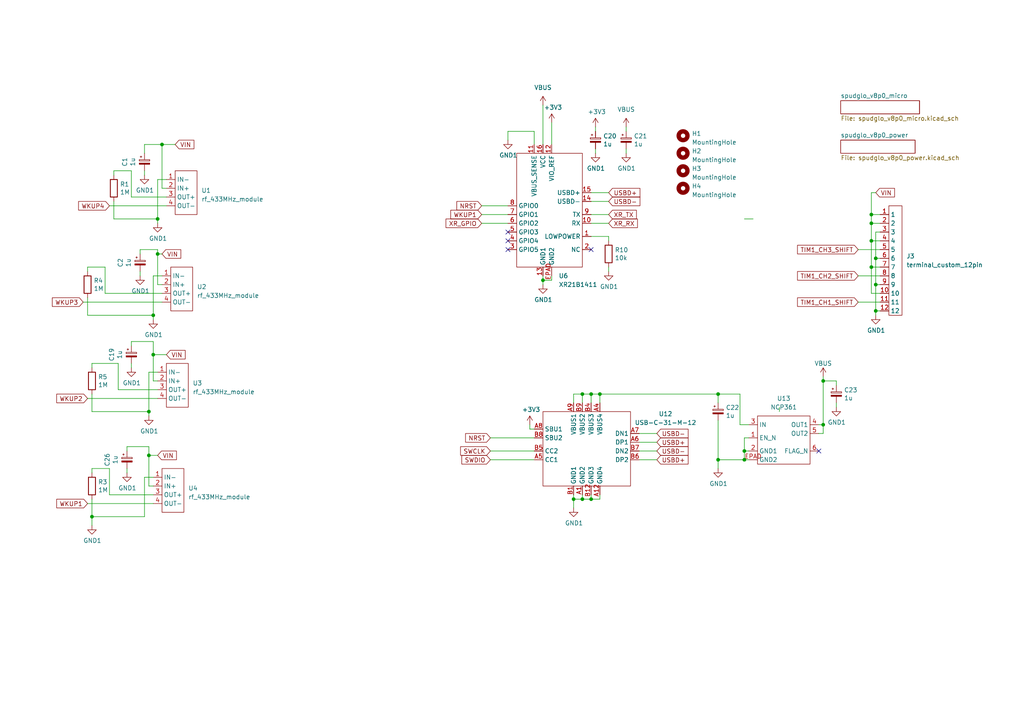
<source format=kicad_sch>
(kicad_sch (version 20231120) (generator "eeschema") (generator_version "8.0")
  (paper "A4")
  (lib_symbols
    (symbol "Device:R" (pin_numbers hide) (pin_names (offset 0))
      (property "Reference" "R" (at 2.032 0 90))
      (property "Value" "R" (at 0 0 90))
      (symbol "R_0_1"
        (rectangle (start -1.016 -2.54) (end 1.016 2.54) (stroke (width 0.254)))
      )
      (symbol "R_1_1"
        (pin passive line (at 0 3.81 270) (length 1.27) (name "~") (number "1"))
        (pin passive line (at 0 -3.81 90) (length 1.27) (name "~") (number "2"))
      )
    )
    (symbol "Mechanical:MountingHole" (pin_names (offset 1.016))
      (property "Reference" "H" (at 0 5.08 0))
      (property "Value" "MountingHole" (at 0 3.175 0))
      (symbol "MountingHole_0_1"
        (circle (center 0 0) (radius 1.27) (stroke (width 1.27)))
      )
    )
    (symbol "NCP361_1"
      (property "Reference" "U" (at 1.27 1.27 0))
      (property "Value" "NCP361_1" (at 12.7 -15.24 0))
      (symbol "NCP361_1_0_1"
        (rectangle (start 0 0) (end 15.24 -13.97))
      )
      (symbol "NCP361_1_1_1"
        (pin input line (at -2.54 -6.35 0) (length 2.54) (name "EN_N") (number "1"))
        (pin input line (at -2.54 -10.16 0) (length 2.54) (name "GND1") (number "2"))
        (pin input line (at -2.54 -2.54 0) (length 2.54) (name "IN") (number "3"))
        (pin input line (at 17.78 -2.54 180) (length 2.54) (name "OUT1") (number "4"))
        (pin input line (at 17.78 -5.08 180) (length 2.54) (name "OUT2") (number "5"))
        (pin input line (at 17.78 -10.16 180) (length 2.54) (name "FLAG_N") (number "6"))
        (pin input line (at -2.54 -12.7 0) (length 2.54) (name "GND2") (number "EPAD"))
      )
    )
    (symbol "XR21B1411_1"
      (property "Reference" "U" (at 1.27 1.27 0))
      (property "Value" "XR21B1411_1" (at 20.32 -34.29 0))
      (symbol "XR21B1411_1_0_1"
        (rectangle (start 0 0) (end 19.05 -33.02))
      )
      (symbol "XR21B1411_1_1_1"
        (pin input line (at 21.59 -24.13 180) (length 2.54) (name "LOWPOWER") (number "1"))
        (pin input line (at 21.59 -20.32 180) (length 2.54) (name "RX") (number "10"))
        (pin input line (at 5.08 2.54 270) (length 2.54) (name "VBUS_SENSE") (number "11"))
        (pin input line (at 10.16 2.54 270) (length 2.54) (name "VIO_REF") (number "12"))
        (pin input line (at 7.62 -35.56 90) (length 2.54) (name "GND1") (number "13"))
        (pin input line (at 21.59 -13.97 180) (length 2.54) (name "USBD-") (number "14"))
        (pin input line (at 21.59 -11.43 180) (length 2.54) (name "USBD+") (number "15"))
        (pin input line (at 7.62 2.54 270) (length 2.54) (name "VCC") (number "16"))
        (pin input line (at 21.59 -27.94 180) (length 2.54) (name "NC") (number "2"))
        (pin input line (at -2.54 -27.94 0) (length 2.54) (name "GPIO5") (number "3"))
        (pin input line (at -2.54 -25.4 0) (length 2.54) (name "GPIO4") (number "4"))
        (pin input line (at -2.54 -22.86 0) (length 2.54) (name "GPIO3") (number "5"))
        (pin input line (at -2.54 -20.32 0) (length 2.54) (name "GPIO2") (number "6"))
        (pin input line (at -2.54 -17.78 0) (length 2.54) (name "GPIO1") (number "7"))
        (pin input line (at -2.54 -15.24 0) (length 2.54) (name "GPIO0") (number "8"))
        (pin input line (at 21.59 -17.78 180) (length 2.54) (name "TX") (number "9"))
        (pin input line (at 10.16 -35.56 90) (length 2.54) (name "GND2") (number "EPAD"))
      )
    )
    (symbol "power:GND1" (power) (pin_names (offset 0))
      (property "Value" "GND1" (at 0 -3.81 0))
      (symbol "GND1_0_1"
        (polyline (pts (xy 0 0) (xy 0 -1.27) (xy 1.27 -1.27) (xy 0 -2.54) (xy -1.27 -1.27) (xy 0 -1.27)))
      )
      (symbol "GND1_1_1"
        (pin power_in line (at 0 0 270) (length 0) hide (name "GND1") (number "1"))
      )
    )
    (symbol "power:VBUS" (power) (pin_names (offset 0))
      (property "Value" "VBUS" (at 0 3.81 0))
      (symbol "VBUS_0_1"
        (polyline (pts (xy -0.762 1.27) (xy 0 2.54)))
        (polyline (pts (xy 0 0) (xy 0 2.54)))
        (polyline (pts (xy 0 2.54) (xy 0.762 1.27)))
      )
      (symbol "VBUS_1_1"
        (pin power_in line (at 0 0 90) (length 0) hide (name "VBUS") (number "1"))
      )
    )
    (symbol "spudglo_driver_v3p1-rescue:+3.3V-power" (power) (pin_names (offset 0))
      (property "Value" "+3.3V-power" (at 0 3.556 0))
      (symbol "+3.3V-power_0_1"
        (polyline (pts (xy -0.762 1.27) (xy 0 2.54)))
        (polyline (pts (xy 0 0) (xy 0 2.54)))
        (polyline (pts (xy 0 2.54) (xy 0.762 1.27)))
      )
      (symbol "+3.3V-power_1_1"
        (pin power_in line (at 0 0 90) (length 0) hide (name "+3V3") (number "1"))
      )
    )
    (symbol "spudglo_driver_v3p1-rescue:CP_Small-Device" (pin_numbers hide) (pin_names (offset 0.254) hide)
      (property "Reference" "C" (at 0.254 1.778 0))
      (property "Value" "CP_Small-Device" (at 0.254 -2.032 0))
      (symbol "CP_Small-Device_0_1"
        (rectangle (start -1.524 -0.3048) (end 1.524 -0.6858) (fill (type outline)))
        (rectangle (start -1.524 0.6858) (end 1.524 0.3048))
        (polyline (pts (xy -1.27 1.524) (xy -0.762 1.524)))
        (polyline (pts (xy -1.016 1.27) (xy -1.016 1.778)))
      )
      (symbol "CP_Small-Device_1_1"
        (pin passive line (at 0 2.54 270) (length 1.8542) (name "~") (number "1"))
        (pin passive line (at 0 -2.54 90) (length 1.8542) (name "~") (number "2"))
      )
    )
    (symbol "srw:rf_433MHz_module"
      (property "Reference" "U" (at -1.27 1.27 0))
      (property "Value" "rf_433MHz_module" (at 2.54 -13.97 0))
      (symbol "rf_433MHz_module_0_1"
        (rectangle (start 0 0) (end 6.35 -12.7))
      )
      (symbol "rf_433MHz_module_1_1"
        (pin input line (at -2.54 -2.54 0) (length 2.54) (name "IN-") (number "1"))
        (pin input line (at -2.54 -5.08 0) (length 2.54) (name "IN+") (number "2"))
        (pin input line (at -2.54 -7.62 0) (length 2.54) (name "OUT+") (number "3"))
        (pin input line (at -2.54 -10.16 0) (length 2.54) (name "OUT-") (number "4"))
      )
    )
    (symbol "srw_custom:USB-C-31-M-12"
      (property "Reference" "U" (at 0 1.27 0))
      (property "Value" "USB-C-31-M-12" (at 27.94 -24.13 0))
      (symbol "USB-C-31-M-12_0_1"
        (rectangle (start 0 0) (end 25.4 -21.59))
      )
      (symbol "USB-C-31-M-12_1_1"
        (pin input line (at 11.43 -24.13 90) (length 2.54) (name "GND2") (number "A1"))
        (pin input line (at 16.51 -24.13 90) (length 2.54) (name "GND4") (number "A12"))
        (pin input line (at 16.51 2.54 270) (length 2.54) (name "VBUS4") (number "A4"))
        (pin input line (at -2.54 -13.97 0) (length 2.54) (name "CC1") (number "A5"))
        (pin input line (at 27.94 -8.89 180) (length 2.54) (name "DP1") (number "A6"))
        (pin input line (at 27.94 -6.35 180) (length 2.54) (name "DN1") (number "A7"))
        (pin input line (at -2.54 -5.08 0) (length 2.54) (name "SBU1") (number "A8"))
        (pin input line (at 8.89 2.54 270) (length 2.54) (name "VBUS1") (number "A9"))
        (pin input line (at 8.89 -24.13 90) (length 2.54) (name "GND1") (number "B1"))
        (pin input line (at 13.97 -24.13 90) (length 2.54) (name "GND3") (number "B12"))
        (pin input line (at 13.97 2.54 270) (length 2.54) (name "VBUS3") (number "B4"))
        (pin input line (at -2.54 -11.43 0) (length 2.54) (name "CC2") (number "B5"))
        (pin input line (at 27.94 -13.97 180) (length 2.54) (name "DP2") (number "B6"))
        (pin input line (at 27.94 -11.43 180) (length 2.54) (name "DN2") (number "B7"))
        (pin input line (at -2.54 -7.62 0) (length 2.54) (name "SBU2") (number "B8"))
        (pin input line (at 11.43 2.54 270) (length 2.54) (name "VBUS2") (number "B9"))
      )
    )
    (symbol "srw_custom:terminal_custom_12pin"
      (property "Reference" "J" (at 0 -1.27 0))
      (property "Value" "terminal_custom_12pin" (at 0 1.27 0))
      (symbol "terminal_custom_12pin_0_1"
        (rectangle (start 0 -2.54) (end 3.81 -34.29))
      )
      (symbol "terminal_custom_12pin_1_1"
        (pin input line (at -2.54 -5.08 0) (length 2.54) (name "1") (number "1"))
        (pin input line (at -2.54 -27.94 0) (length 2.54) (name "10") (number "10"))
        (pin input line (at -2.54 -30.48 0) (length 2.54) (name "11") (number "11"))
        (pin input line (at -2.54 -33.02 0) (length 2.54) (name "12") (number "12"))
        (pin input line (at -2.54 -7.62 0) (length 2.54) (name "2") (number "2"))
        (pin input line (at -2.54 -10.16 0) (length 2.54) (name "3") (number "3"))
        (pin input line (at -2.54 -12.7 0) (length 2.54) (name "4") (number "4"))
        (pin input line (at -2.54 -15.24 0) (length 2.54) (name "5") (number "5"))
        (pin input line (at -2.54 -17.78 0) (length 2.54) (name "6") (number "6"))
        (pin input line (at -2.54 -20.32 0) (length 2.54) (name "7") (number "7"))
        (pin input line (at -2.54 -22.86 0) (length 2.54) (name "8") (number "8"))
        (pin input line (at -2.54 -25.4 0) (length 2.54) (name "9") (number "9"))
      )
    )
  )
  (junction (at 168.91 114.3))
  (junction (at 43.18 119.38))
  (junction (at 173.99 114.3))
  (junction (at 208.28 114.3))
  (junction (at 252.73 62.23))
  (junction (at 44.45 102.87))
  (junction (at 254 82.55))
  (junction (at 46.99 41.91))
  (junction (at 45.72 73.66))
  (junction (at 252.73 64.77))
  (junction (at 171.45 114.3))
  (junction (at 254 74.93))
  (junction (at 238.76 123.19))
  (junction (at 171.45 144.78))
  (junction (at 254 90.17))
  (junction (at 208.28 133.35))
  (junction (at 157.48 81.28))
  (junction (at 252.73 69.85))
  (junction (at 26.67 149.86))
  (junction (at 44.45 91.44))
  (junction (at 252.73 77.47))
  (junction (at 215.9 133.35))
  (junction (at 45.72 63.5))
  (junction (at 168.91 144.78))
  (junction (at 215.9 130.81))
  (junction (at 43.18 132.08))
  (junction (at 166.37 144.78))
  (junction (at 238.76 110.49))
  (no_connect (at 147.32 69.85))
  (no_connect (at 171.45 72.39))
  (no_connect (at 237.49 130.81))
  (no_connect (at 147.32 72.39))
  (no_connect (at 147.32 67.31))
  (wire (pts (xy 176.53 68.58) (xy 171.45 68.58)))
  (wire (pts (xy 154.94 38.1) (xy 154.94 41.91)))
  (wire (pts (xy 48.26 52.07) (xy 45.72 52.07)))
  (wire (pts (xy 254 90.17) (xy 255.27 90.17)))
  (wire (pts (xy 48.26 102.87) (xy 44.45 102.87)))
  (wire (pts (xy 252.73 69.85) (xy 255.27 69.85)))
  (wire (pts (xy 248.92 80.01) (xy 255.27 80.01)))
  (wire (pts (xy 252.73 64.77) (xy 255.27 64.77)))
  (wire (pts (xy 208.28 114.3) (xy 208.28 116.84)))
  (wire (pts (xy 242.57 116.84) (xy 242.57 118.11)))
  (wire (pts (xy 41.91 49.53) (xy 41.91 50.8)))
  (wire (pts (xy 252.73 55.88) (xy 254 55.88)))
  (wire (pts (xy 24.13 87.63) (xy 46.99 87.63)))
  (wire (pts (xy 26.67 135.89) (xy 26.67 137.16)))
  (wire (pts (xy 46.99 80.01) (xy 44.45 80.01)))
  (wire (pts (xy 176.53 69.85) (xy 176.53 68.58)))
  (wire (pts (xy 147.32 40.64) (xy 147.32 38.1)))
  (wire (pts (xy 142.24 133.35) (xy 154.94 133.35)))
  (wire (pts (xy 208.28 133.35) (xy 208.28 135.89)))
  (wire (pts (xy 171.45 114.3) (xy 173.99 114.3)))
  (wire (pts (xy 254 82.55) (xy 254 90.17)))
  (wire (pts (xy 208.28 133.35) (xy 215.9 133.35)))
  (wire (pts (xy 48.26 57.15) (xy 38.1 57.15)))
  (wire (pts (xy 41.91 44.45) (xy 41.91 41.91)))
  (wire (pts (xy 34.29 113.03) (xy 34.29 105.41)))
  (wire (pts (xy 252.73 69.85) (xy 252.73 77.47)))
  (wire (pts (xy 43.18 132.08) (xy 45.72 132.08)))
  (wire (pts (xy 36.83 130.81) (xy 36.83 129.54)))
  (wire (pts (xy 255.27 67.31) (xy 254 67.31)))
  (wire (pts (xy 44.45 143.51) (xy 31.75 143.51)))
  (wire (pts (xy 44.45 91.44) (xy 44.45 92.71)))
  (wire (pts (xy 215.9 133.35) (xy 217.17 133.35)))
  (wire (pts (xy 185.42 125.73) (xy 190.5 125.73)))
  (wire (pts (xy 36.83 135.89) (xy 36.83 137.16)))
  (wire (pts (xy 38.1 57.15) (xy 38.1 49.53)))
  (wire (pts (xy 48.26 54.61) (xy 46.99 54.61)))
  (wire (pts (xy 26.67 105.41) (xy 26.67 106.68)))
  (wire (pts (xy 166.37 114.3) (xy 166.37 116.84)))
  (wire (pts (xy 171.45 143.51) (xy 171.45 144.78)))
  (wire (pts (xy 157.48 81.28) (xy 160.02 81.28)))
  (wire (pts (xy 176.53 77.47) (xy 176.53 78.74)))
  (wire (pts (xy 36.83 129.54) (xy 43.18 129.54)))
  (wire (pts (xy 31.75 143.51) (xy 31.75 135.89)))
  (wire (pts (xy 45.72 107.95) (xy 43.18 107.95)))
  (wire (pts (xy 181.61 36.83) (xy 181.61 38.1)))
  (wire (pts (xy 157.48 80.01) (xy 157.48 81.28)))
  (wire (pts (xy 215.9 133.35) (xy 215.9 130.81)))
  (wire (pts (xy 45.72 113.03) (xy 34.29 113.03)))
  (wire (pts (xy 43.18 132.08) (xy 43.18 140.97)))
  (wire (pts (xy 31.75 59.69) (xy 48.26 59.69)))
  (wire (pts (xy 185.42 130.81) (xy 190.5 130.81)))
  (wire (pts (xy 171.45 62.23) (xy 176.53 62.23)))
  (wire (pts (xy 242.57 111.76) (xy 242.57 110.49)))
  (wire (pts (xy 157.48 81.28) (xy 157.48 82.55)))
  (wire (pts (xy 25.4 91.44) (xy 44.45 91.44)))
  (wire (pts (xy 33.02 58.42) (xy 33.02 63.5)))
  (wire (pts (xy 160.02 35.56) (xy 160.02 41.91)))
  (wire (pts (xy 41.91 41.91) (xy 46.99 41.91)))
  (wire (pts (xy 214.63 114.3) (xy 214.63 123.19)))
  (wire (pts (xy 166.37 114.3) (xy 168.91 114.3)))
  (wire (pts (xy 139.7 62.23) (xy 147.32 62.23)))
  (wire (pts (xy 248.92 72.39) (xy 255.27 72.39)))
  (wire (pts (xy 218.44 63.5) (xy 215.9 63.5)))
  (wire (pts (xy 33.02 63.5) (xy 45.72 63.5)))
  (wire (pts (xy 168.91 143.51) (xy 168.91 144.78)))
  (wire (pts (xy 238.76 110.49) (xy 238.76 123.19)))
  (wire (pts (xy 147.32 38.1) (xy 154.94 38.1)))
  (wire (pts (xy 238.76 109.22) (xy 238.76 110.49)))
  (wire (pts (xy 254 82.55) (xy 254 74.93)))
  (wire (pts (xy 171.45 144.78) (xy 173.99 144.78)))
  (wire (pts (xy 172.72 36.83) (xy 172.72 38.1)))
  (wire (pts (xy 217.17 127) (xy 215.9 127)))
  (wire (pts (xy 45.72 73.66) (xy 45.72 82.55)))
  (wire (pts (xy 171.45 116.84) (xy 171.45 114.3)))
  (wire (pts (xy 45.72 110.49) (xy 44.45 110.49)))
  (wire (pts (xy 25.4 86.36) (xy 25.4 91.44)))
  (wire (pts (xy 26.67 144.78) (xy 26.67 149.86)))
  (wire (pts (xy 208.28 121.92) (xy 208.28 133.35)))
  (wire (pts (xy 166.37 144.78) (xy 166.37 147.32)))
  (wire (pts (xy 40.64 78.74) (xy 40.64 80.01)))
  (wire (pts (xy 33.02 49.53) (xy 33.02 50.8)))
  (wire (pts (xy 185.42 128.27) (xy 190.5 128.27)))
  (wire (pts (xy 30.48 85.09) (xy 30.48 77.47)))
  (wire (pts (xy 185.42 133.35) (xy 190.5 133.35)))
  (wire (pts (xy 43.18 107.95) (xy 43.18 119.38)))
  (wire (pts (xy 30.48 77.47) (xy 25.4 77.47)))
  (wire (pts (xy 168.91 114.3) (xy 171.45 114.3)))
  (wire (pts (xy 142.24 127) (xy 154.94 127)))
  (wire (pts (xy 43.18 119.38) (xy 43.18 120.65)))
  (wire (pts (xy 44.45 99.06) (xy 44.45 102.87)))
  (wire (pts (xy 45.72 52.07) (xy 45.72 63.5)))
  (wire (pts (xy 173.99 114.3) (xy 208.28 114.3)))
  (wire (pts (xy 38.1 105.41) (xy 38.1 106.68)))
  (wire (pts (xy 46.99 82.55) (xy 45.72 82.55)))
  (wire (pts (xy 168.91 116.84) (xy 168.91 114.3)))
  (wire (pts (xy 172.72 43.18) (xy 172.72 44.45)))
  (wire (pts (xy 139.7 64.77) (xy 147.32 64.77)))
  (wire (pts (xy 208.28 114.3) (xy 214.63 114.3)))
  (wire (pts (xy 44.45 138.43) (xy 41.91 138.43)))
  (wire (pts (xy 248.92 87.63) (xy 255.27 87.63)))
  (wire (pts (xy 25.4 146.05) (xy 44.45 146.05)))
  (wire (pts (xy 238.76 125.73) (xy 237.49 125.73)))
  (wire (pts (xy 40.64 72.39) (xy 45.72 72.39)))
  (wire (pts (xy 252.73 69.85) (xy 252.73 64.77)))
  (wire (pts (xy 254 74.93) (xy 255.27 74.93)))
  (wire (pts (xy 38.1 100.33) (xy 38.1 99.06)))
  (wire (pts (xy 153.67 124.46) (xy 153.67 123.19)))
  (wire (pts (xy 40.64 73.66) (xy 40.64 72.39)))
  (wire (pts (xy 46.99 41.91) (xy 50.8 41.91)))
  (wire (pts (xy 34.29 105.41) (xy 26.67 105.41)))
  (wire (pts (xy 157.48 30.48) (xy 157.48 41.91)))
  (wire (pts (xy 38.1 99.06) (xy 44.45 99.06)))
  (wire (pts (xy 217.17 130.81) (xy 215.9 130.81)))
  (wire (pts (xy 25.4 77.47) (xy 25.4 78.74)))
  (wire (pts (xy 154.94 124.46) (xy 153.67 124.46)))
  (wire (pts (xy 237.49 123.19) (xy 238.76 123.19)))
  (wire (pts (xy 254 91.44) (xy 254 90.17)))
  (wire (pts (xy 43.18 129.54) (xy 43.18 132.08)))
  (wire (pts (xy 252.73 64.77) (xy 252.73 62.23)))
  (wire (pts (xy 46.99 41.91) (xy 46.99 54.61)))
  (wire (pts (xy 26.67 119.38) (xy 43.18 119.38)))
  (wire (pts (xy 252.73 77.47) (xy 255.27 77.47)))
  (wire (pts (xy 25.4 115.57) (xy 45.72 115.57)))
  (wire (pts (xy 44.45 102.87) (xy 44.45 110.49)))
  (wire (pts (xy 254 82.55) (xy 255.27 82.55)))
  (wire (pts (xy 142.24 130.81) (xy 154.94 130.81)))
  (wire (pts (xy 46.99 85.09) (xy 30.48 85.09)))
  (wire (pts (xy 214.63 123.19) (xy 217.17 123.19)))
  (wire (pts (xy 181.61 43.18) (xy 181.61 44.45)))
  (wire (pts (xy 171.45 58.42) (xy 176.53 58.42)))
  (wire (pts (xy 41.91 138.43) (xy 41.91 149.86)))
  (wire (pts (xy 173.99 116.84) (xy 173.99 114.3)))
  (wire (pts (xy 166.37 144.78) (xy 168.91 144.78)))
  (wire (pts (xy 26.67 149.86) (xy 41.91 149.86)))
  (wire (pts (xy 139.7 59.69) (xy 147.32 59.69)))
  (wire (pts (xy 26.67 119.38) (xy 26.67 114.3)))
  (wire (pts (xy 252.73 62.23) (xy 255.27 62.23)))
  (wire (pts (xy 254 67.31) (xy 254 74.93)))
  (wire (pts (xy 252.73 55.88) (xy 252.73 62.23)))
  (wire (pts (xy 31.75 135.89) (xy 26.67 135.89)))
  (wire (pts (xy 38.1 49.53) (xy 33.02 49.53)))
  (wire (pts (xy 44.45 80.01) (xy 44.45 91.44)))
  (wire (pts (xy 242.57 110.49) (xy 238.76 110.49)))
  (wire (pts (xy 171.45 55.88) (xy 176.53 55.88)))
  (wire (pts (xy 166.37 143.51) (xy 166.37 144.78)))
  (wire (pts (xy 26.67 149.86) (xy 26.67 152.4)))
  (wire (pts (xy 173.99 143.51) (xy 173.99 144.78)))
  (wire (pts (xy 160.02 81.28) (xy 160.02 80.01)))
  (wire (pts (xy 215.9 127) (xy 215.9 130.81)))
  (wire (pts (xy 252.73 85.09) (xy 252.73 77.47)))
  (wire (pts (xy 44.45 140.97) (xy 43.18 140.97)))
  (wire (pts (xy 168.91 144.78) (xy 171.45 144.78)))
  (wire (pts (xy 45.72 63.5) (xy 45.72 64.77)))
  (wire (pts (xy 226.06 118.11) (xy 226.06 119.38)))
  (wire (pts (xy 255.27 85.09) (xy 252.73 85.09)))
  (wire (pts (xy 45.72 73.66) (xy 46.99 73.66)))
  (wire (pts (xy 171.45 64.77) (xy 176.53 64.77)))
  (wire (pts (xy 45.72 72.39) (xy 45.72 73.66)))
  (wire (pts (xy 238.76 123.19) (xy 238.76 125.73)))
  (global_label "WKUP3" (shape input) (at 24.13 87.63 180) (property "Intersheetrefs" "${INTERSHEET_REFS}" (effects (hide yes))))
  (global_label "XR_GPIO" (shape input) (at 139.7 64.77 180) (property "Intersheetrefs" "${INTERSHEET_REFS}" (effects (hide yes))))
  (global_label "USBD-" (shape input) (at 190.5 125.73 0) (property "Intersheetrefs" "${INTERSHEET_REFS}" (effects (hide yes))))
  (global_label "XR_TX" (shape input) (at 176.53 62.23 0) (property "Intersheetrefs" "${INTERSHEET_REFS}" (effects (hide yes))))
  (global_label "USBD+" (shape input) (at 190.5 128.27 0) (property "Intersheetrefs" "${INTERSHEET_REFS}" (effects (hide yes))))
  (global_label "USBD+" (shape input) (at 190.5 133.35 0) (property "Intersheetrefs" "${INTERSHEET_REFS}" (effects (hide yes))))
  (global_label "VIN" (shape input) (at 48.26 102.87 0) (property "Intersheetrefs" "${INTERSHEET_REFS}" (effects (hide yes))))
  (global_label "SWDIO" (shape input) (at 142.24 133.35 180) (property "Intersheetrefs" "${INTERSHEET_REFS}" (effects (hide yes))))
  (global_label "TIM1_CH2_SHIFT" (shape input) (at 248.92 80.01 180) (property "Intersheetrefs" "${INTERSHEET_REFS}" (effects (hide yes))))
  (global_label "WKUP2" (shape input) (at 25.4 115.57 180) (property "Intersheetrefs" "${INTERSHEET_REFS}" (effects (hide yes))))
  (global_label "NRST" (shape input) (at 142.24 127 180) (property "Intersheetrefs" "${INTERSHEET_REFS}" (effects (hide yes))))
  (global_label "VIN" (shape input) (at 46.99 73.66 0) (property "Intersheetrefs" "${INTERSHEET_REFS}" (effects (hide yes))))
  (global_label "USBD+" (shape input) (at 176.53 55.88 0) (property "Intersheetrefs" "${INTERSHEET_REFS}" (effects (hide yes))))
  (global_label "WKUP1" (shape input) (at 139.7 62.23 180) (property "Intersheetrefs" "${INTERSHEET_REFS}" (effects (hide yes))))
  (global_label "XR_RX" (shape input) (at 176.53 64.77 0) (property "Intersheetrefs" "${INTERSHEET_REFS}" (effects (hide yes))))
  (global_label "WKUP1" (shape input) (at 25.4 146.05 180) (property "Intersheetrefs" "${INTERSHEET_REFS}" (effects (hide yes))))
  (global_label "TIM1_CH3_SHIFT" (shape input) (at 248.92 72.39 180) (property "Intersheetrefs" "${INTERSHEET_REFS}" (effects (hide yes))))
  (global_label "USBD-" (shape input) (at 176.53 58.42 0) (property "Intersheetrefs" "${INTERSHEET_REFS}" (effects (hide yes))))
  (global_label "VIN" (shape input) (at 50.8 41.91 0) (property "Intersheetrefs" "${INTERSHEET_REFS}" (effects (hide yes))))
  (global_label "TIM1_CH1_SHIFT" (shape input) (at 248.92 87.63 180) (property "Intersheetrefs" "${INTERSHEET_REFS}" (effects (hide yes))))
  (global_label "VIN" (shape input) (at 45.72 132.08 0) (property "Intersheetrefs" "${INTERSHEET_REFS}" (effects (hide yes))))
  (global_label "USBD-" (shape input) (at 190.5 130.81 0) (property "Intersheetrefs" "${INTERSHEET_REFS}" (effects (hide yes))))
  (global_label "WKUP4" (shape input) (at 31.75 59.69 180) (property "Intersheetrefs" "${INTERSHEET_REFS}" (effects (hide yes))))
  (global_label "SWCLK" (shape input) (at 142.24 130.81 180) (property "Intersheetrefs" "${INTERSHEET_REFS}" (effects (hide yes))))
  (global_label "NRST" (shape input) (at 139.7 59.69 180) (property "Intersheetrefs" "${INTERSHEET_REFS}" (effects (hide yes))))
  (global_label "VIN" (shape input) (at 254 55.88 0) (property "Intersheetrefs" "${INTERSHEET_REFS}" (effects (hide yes))))
  (symbol (lib_id "power:GND1") (at 254 91.44 0) (unit 1)
    (property "Reference" "#PWR02" (effects (hide yes)))
    (property "Value" "GND1" (at 254.127 95.8342 0))
  )
  (symbol (lib_id "spudglo_driver_v3p1-rescue:CP_Small-Device") (at 242.57 114.3 0) (unit 1)
    (property "Reference" "C23" (at 244.8052 113.1316 0) (effects (justify left)))
    (property "Value" "1u" (at 244.8052 115.443 0) (effects (justify left)))
    (property "Footprint" "Capacitor_SMD:C_0402_1005Metric_Pad0.74x0.62mm_HandSolder" (effects (hide yes)))
  )
  (symbol (lib_id "srw:rf_433MHz_module") (at 49.53 77.47 0) (unit 1)
    (property "Reference" "U2" (at 57.15 83.185 0) (effects (justify left)))
    (property "Value" "rf_433MHz_module" (at 57.15 85.725 0) (effects (justify left)))
    (property "Footprint" "srw_cuustom:433MHz_receiver" (effects (hide yes)))
  )
  (symbol (lib_id "power:GND1") (at 176.53 78.74 0) (unit 1)
    (property "Reference" "#PWR013" (effects (hide yes)))
    (property "Value" "GND1" (at 176.657 83.1342 0))
  )
  (symbol (lib_id "power:GND1") (at 242.57 118.11 0) (unit 1)
    (property "Reference" "#PWR018" (effects (hide yes)))
    (property "Value" "GND1" (at 242.697 122.5042 0))
  )
  (symbol (lib_id "power:GND1") (at 26.67 152.4 0) (unit 1)
    (property "Reference" "#PWR0113" (effects (hide yes)))
    (property "Value" "GND1" (at 26.797 156.7942 0))
  )
  (symbol (lib_id "power:GND1") (at 41.91 50.8 0) (unit 1)
    (property "Reference" "#PWR020" (effects (hide yes)))
    (property "Value" "GND1" (at 42.037 55.1942 0))
  )
  (symbol (lib_id "spudglo_driver_v3p1-rescue:CP_Small-Device") (at 38.1 102.87 0) (unit 1)
    (property "Reference" "C19" (at 32.385 102.87 90))
    (property "Value" "1u" (at 34.6964 102.87 90))
    (property "Footprint" "Capacitor_SMD:C_0402_1005Metric_Pad0.74x0.62mm_HandSolder" (effects (hide yes)))
  )
  (symbol (lib_id "srw_custom:USB-C-31-M-12") (at 157.48 119.38 0) (unit 1)
    (property "Reference" "U12" (at 193.04 120.0403 0))
    (property "Value" "USB-C-31-M-12" (at 193.04 122.5803 0))
    (property "Footprint" "Connector_USB:USB_C_Receptacle_HRO_TYPE-C-31-M-12" (effects (hide yes)))
  )
  (symbol (lib_name "NCP361_1") (lib_id "srw_custom:NCP361") (at 219.71 120.65 0) (unit 1)
    (property "Reference" "U13" (at 227.33 115.57 0))
    (property "Value" "NCP361" (at 227.33 118.11 0))
    (property "Footprint" "srw_cuustom:NCP361" (effects (hide yes)))
  )
  (symbol (lib_id "power:GND1") (at 36.83 137.16 0) (unit 1)
    (property "Reference" "#PWR027" (effects (hide yes)))
    (property "Value" "GND1" (at 36.957 141.5542 0))
  )
  (symbol (lib_id "power:GND1") (at 40.64 80.01 0) (unit 1)
    (property "Reference" "#PWR025" (effects (hide yes)))
    (property "Value" "GND1" (at 40.767 84.4042 0))
  )
  (symbol (lib_id "spudglo_driver_v3p1-rescue:CP_Small-Device") (at 208.28 119.38 0) (unit 1)
    (property "Reference" "C22" (at 210.5152 118.2116 0) (effects (justify left)))
    (property "Value" "1u" (at 210.5152 120.523 0) (effects (justify left)))
    (property "Footprint" "Capacitor_SMD:C_0402_1005Metric_Pad0.74x0.62mm_HandSolder" (effects (hide yes)))
  )
  (symbol (lib_id "power:GND1") (at 38.1 106.68 0) (unit 1)
    (property "Reference" "#PWR026" (effects (hide yes)))
    (property "Value" "GND1" (at 38.227 111.0742 0))
  )
  (symbol (lib_id "srw:rf_433MHz_module") (at 50.8 49.53 0) (unit 1)
    (property "Reference" "U1" (at 58.42 55.245 0) (effects (justify left)))
    (property "Value" "rf_433MHz_module" (at 58.42 57.785 0) (effects (justify left)))
    (property "Footprint" "srw_cuustom:433MHz_receiver" (effects (hide yes)))
  )
  (symbol (lib_id "spudglo_driver_v3p1-rescue:+3.3V-power") (at 160.02 35.56 0) (unit 1)
    (property "Reference" "#PWR09" (effects (hide yes)))
    (property "Value" "+3V3" (at 160.401 31.1658 0))
  )
  (symbol (lib_id "power:GND1") (at 157.48 82.55 0) (unit 1)
    (property "Reference" "#PWR08" (effects (hide yes)))
    (property "Value" "GND1" (at 157.607 86.9442 0))
  )
  (symbol (lib_id "power:GND1") (at 172.72 44.45 0) (unit 1)
    (property "Reference" "#PWR011" (effects (hide yes)))
    (property "Value" "GND1" (at 172.847 48.8442 0))
  )
  (symbol (lib_id "Mechanical:MountingHole") (at 198.12 54.61 0) (unit 1)
    (property "Reference" "H4" (at 200.66 53.975 0) (effects (justify left)))
    (property "Value" "MountingHole" (at 200.66 56.515 0) (effects (justify left)))
    (property "Footprint" "MountingHole:MountingHole_4.5mm" (effects (hide yes)))
  )
  (symbol (lib_id "power:GND1") (at 166.37 147.32 0) (unit 1)
    (property "Reference" "#PWR05" (effects (hide yes)))
    (property "Value" "GND1" (at 166.497 151.7142 0))
  )
  (symbol (lib_id "power:GND1") (at 147.32 40.64 0) (unit 1)
    (property "Reference" "#PWR06" (effects (hide yes)))
    (property "Value" "GND1" (at 147.447 45.0342 0))
  )
  (symbol (lib_id "srw_custom:terminal_custom_12pin") (at 257.81 57.15 0) (unit 1)
    (property "Reference" "J3" (at 262.89 74.2949 0) (effects (justify left)))
    (property "Value" "terminal_custom_12pin" (at 262.89 76.8349 0) (effects (justify left)))
    (property "Footprint" "srw_custom:1984714" (effects (hide yes)))
  )
  (symbol (lib_id "spudglo_driver_v3p1-rescue:+3.3V-power") (at 172.72 36.83 0) (unit 1)
    (property "Reference" "#PWR010" (effects (hide yes)))
    (property "Value" "+3V3" (at 173.101 32.4358 0))
  )
  (symbol (lib_id "Device:R") (at 25.4 82.55 0) (unit 1)
    (property "Reference" "R4" (at 27.178 81.3816 0) (effects (justify left)))
    (property "Value" "1M" (at 27.178 83.693 0) (effects (justify left)))
    (property "Footprint" "Resistor_SMD:R_0402_1005Metric_Pad0.72x0.64mm_HandSolder" (effects (hide yes)))
  )
  (symbol (lib_id "srw:rf_433MHz_module") (at 46.99 135.89 0) (unit 1)
    (property "Reference" "U4" (at 54.61 141.605 0) (effects (justify left)))
    (property "Value" "rf_433MHz_module" (at 54.61 144.145 0) (effects (justify left)))
    (property "Footprint" "srw_cuustom:433MHz_receiver" (effects (hide yes)))
  )
  (symbol (lib_id "spudglo_driver_v3p1-rescue:CP_Small-Device") (at 40.64 76.2 0) (unit 1)
    (property "Reference" "C2" (at 34.925 76.2 90))
    (property "Value" "1u" (at 37.2364 76.2 90))
    (property "Footprint" "Capacitor_SMD:C_0402_1005Metric_Pad0.74x0.62mm_HandSolder" (effects (hide yes)))
  )
  (symbol (lib_id "Mechanical:MountingHole") (at 198.12 49.53 0) (unit 1)
    (property "Reference" "H3" (at 200.66 48.895 0) (effects (justify left)))
    (property "Value" "MountingHole" (at 200.66 51.435 0) (effects (justify left)))
    (property "Footprint" "MountingHole:MountingHole_4.5mm" (effects (hide yes)))
  )
  (symbol (lib_id "power:GND1") (at 44.45 92.71 0) (unit 1)
    (property "Reference" "#PWR0115" (effects (hide yes)))
    (property "Value" "GND1" (at 44.577 97.1042 0))
  )
  (symbol (lib_id "power:GND1") (at 208.28 135.89 0) (unit 1)
    (property "Reference" "#PWR016" (effects (hide yes)))
    (property "Value" "GND1" (at 208.407 140.2842 0))
  )
  (symbol (lib_id "power:GND1") (at 45.72 64.77 0) (unit 1)
    (property "Reference" "#PWR0107" (effects (hide yes)))
    (property "Value" "GND1" (at 45.847 69.1642 0))
  )
  (symbol (lib_id "power:VBUS") (at 181.61 36.83 0) (unit 1)
    (property "Reference" "#PWR014" (effects (hide yes)))
    (property "Value" "VBUS" (at 181.61 31.75 0))
  )
  (symbol (lib_id "power:GND1") (at 43.18 120.65 0) (unit 1)
    (property "Reference" "#PWR0101" (effects (hide yes)))
    (property "Value" "GND1" (at 43.307 125.0442 0))
  )
  (symbol (lib_id "Device:R") (at 33.02 54.61 0) (unit 1)
    (property "Reference" "R1" (at 34.798 53.4416 0) (effects (justify left)))
    (property "Value" "1M" (at 34.798 55.753 0) (effects (justify left)))
    (property "Footprint" "Resistor_SMD:R_0402_1005Metric_Pad0.72x0.64mm_HandSolder" (effects (hide yes)))
  )
  (symbol (lib_id "spudglo_driver_v3p1-rescue:CP_Small-Device") (at 172.72 40.64 0) (unit 1)
    (property "Reference" "C20" (at 174.9552 39.4716 0) (effects (justify left)))
    (property "Value" "1u" (at 174.9552 41.783 0) (effects (justify left)))
    (property "Footprint" "Capacitor_SMD:C_0402_1005Metric_Pad0.74x0.62mm_HandSolder" (effects (hide yes)))
  )
  (symbol (lib_id "Device:R") (at 26.67 110.49 0) (unit 1)
    (property "Reference" "R5" (at 28.448 109.3216 0) (effects (justify left)))
    (property "Value" "1M" (at 28.448 111.633 0) (effects (justify left)))
    (property "Footprint" "Resistor_SMD:R_0402_1005Metric_Pad0.72x0.64mm_HandSolder" (effects (hide yes)))
  )
  (symbol (lib_id "spudglo_driver_v3p1-rescue:CP_Small-Device") (at 36.83 133.35 0) (unit 1)
    (property "Reference" "C26" (at 31.115 133.35 90))
    (property "Value" "1u" (at 33.4264 133.35 90))
    (property "Footprint" "Capacitor_SMD:C_0402_1005Metric_Pad0.74x0.62mm_HandSolder" (effects (hide yes)))
  )
  (symbol (lib_name "XR21B1411_1") (lib_id "srw_custom:XR21B1411") (at 149.86 44.45 0) (unit 1)
    (property "Reference" "U6" (at 162.0394 80.01 0) (effects (justify left)))
    (property "Value" "XR21B1411" (at 162.0394 82.55 0) (effects (justify left)))
    (property "Footprint" "srw_cuustom:XR21B1411" (effects (hide yes)))
  )
  (symbol (lib_id "spudglo_driver_v3p1-rescue:CP_Small-Device") (at 181.61 40.64 0) (unit 1)
    (property "Reference" "C21" (at 183.8452 39.4716 0) (effects (justify left)))
    (property "Value" "1u" (at 183.8452 41.783 0) (effects (justify left)))
    (property "Footprint" "Capacitor_SMD:C_0402_1005Metric_Pad0.74x0.62mm_HandSolder" (effects (hide yes)))
  )
  (symbol (lib_id "Mechanical:MountingHole") (at 198.12 44.45 0) (unit 1)
    (property "Reference" "H2" (at 200.66 43.815 0) (effects (justify left)))
    (property "Value" "MountingHole" (at 200.66 46.355 0) (effects (justify left)))
    (property "Footprint" "MountingHole:MountingHole_4.5mm" (effects (hide yes)))
  )
  (symbol (lib_id "spudglo_driver_v3p1-rescue:CP_Small-Device") (at 41.91 46.99 0) (unit 1)
    (property "Reference" "C1" (at 36.195 46.99 90))
    (property "Value" "1u" (at 38.5064 46.99 90))
    (property "Footprint" "Capacitor_SMD:C_0402_1005Metric_Pad0.74x0.62mm_HandSolder" (effects (hide yes)))
  )
  (symbol (lib_id "power:VBUS") (at 157.48 30.48 0) (unit 1)
    (property "Reference" "#PWR07" (effects (hide yes)))
    (property "Value" "VBUS" (at 157.48 25.4 0))
  )
  (symbol (lib_id "spudglo_driver_v3p1-rescue:+3.3V-power") (at 153.67 123.19 0) (unit 1)
    (property "Reference" "#PWR04" (effects (hide yes)))
    (property "Value" "+3V3" (at 154.051 118.7958 0))
  )
  (symbol (lib_id "srw:rf_433MHz_module") (at 48.26 105.41 0) (unit 1)
    (property "Reference" "U3" (at 55.88 111.125 0) (effects (justify left)))
    (property "Value" "rf_433MHz_module" (at 55.88 113.665 0) (effects (justify left)))
    (property "Footprint" "srw_cuustom:433MHz_receiver" (effects (hide yes)))
  )
  (symbol (lib_id "power:VBUS") (at 238.76 109.22 0) (unit 1)
    (property "Reference" "#PWR017" (effects (hide yes)))
    (property "Value" "VBUS" (at 238.76 105.41 0))
  )
  (symbol (lib_id "power:GND1") (at 181.61 44.45 0) (unit 1)
    (property "Reference" "#PWR015" (effects (hide yes)))
    (property "Value" "GND1" (at 181.737 48.8442 0))
  )
  (symbol (lib_id "Device:R") (at 26.67 140.97 0) (unit 1)
    (property "Reference" "R3" (at 28.448 139.8016 0) (effects (justify left)))
    (property "Value" "1M" (at 28.448 142.113 0) (effects (justify left)))
    (property "Footprint" "Resistor_SMD:R_0402_1005Metric_Pad0.72x0.64mm_HandSolder" (effects (hide yes)))
  )
  (symbol (lib_id "Mechanical:MountingHole") (at 198.12 39.37 0) (unit 1)
    (property "Reference" "H1" (at 200.66 38.735 0) (effects (justify left)))
    (property "Value" "MountingHole" (at 200.66 41.275 0) (effects (justify left)))
    (property "Footprint" "MountingHole:MountingHole_4.5mm" (effects (hide yes)))
  )
  (symbol (lib_id "Device:R") (at 176.53 73.66 0) (unit 1)
    (property "Reference" "R10" (at 178.308 72.4916 0) (effects (justify left)))
    (property "Value" "10k" (at 178.308 74.803 0) (effects (justify left)))
    (property "Footprint" "Resistor_SMD:R_0603_1608Metric_Pad0.98x0.95mm_HandSolder" (effects (hide yes)))
  )
  (sheet (at 243.84 29.21) (size 22.86 3.81) (stroke (width 0.1524))
    (property "Sheetname" "spudglo_v8p0_micro" (at 243.84 28.4984 0) (effects (justify left bottom)))
    (property "Sheetfile" "spudglo_v8p0_micro.kicad_sch" (at 243.84 33.6046 0) (effects (justify left top)))
  )
  (sheet (at 243.84 40.64) (size 21.59 3.81) (stroke (width 0.1524))
    (property "Sheetname" "spudglo_v8p0_power" (at 243.84 39.9284 0) (effects (justify left bottom)))
    (property "Sheetfile" "spudglo_v8p0_power.kicad_sch" (at 243.84 45.0346 0) (effects (justify left top)))
  )
)
</source>
